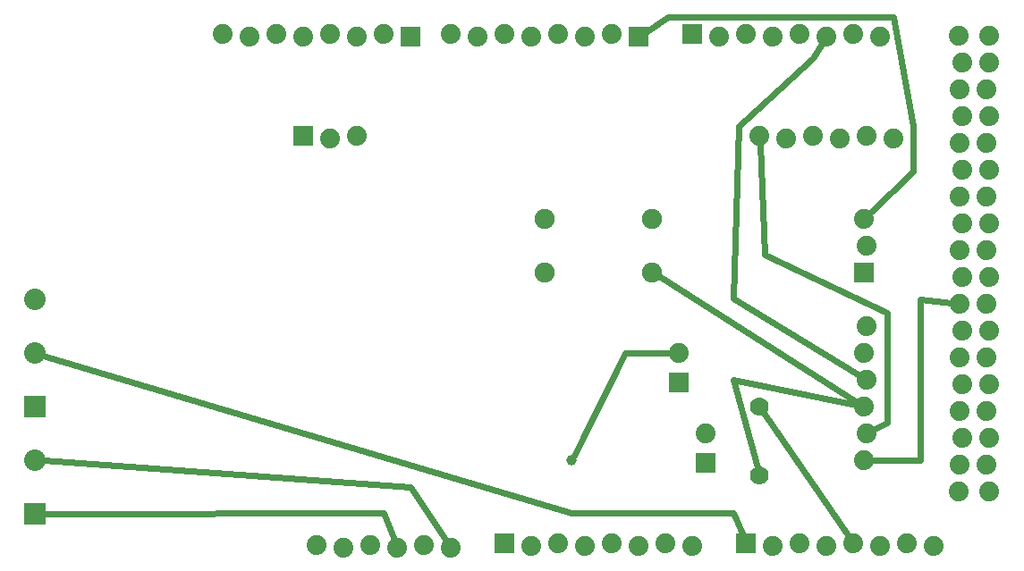
<source format=gtl>
G04 MADE WITH FRITZING*
G04 WWW.FRITZING.ORG*
G04 DOUBLE SIDED*
G04 HOLES PLATED*
G04 CONTOUR ON CENTER OF CONTOUR VECTOR*
%ASAXBY*%
%FSLAX23Y23*%
%MOIN*%
%OFA0B0*%
%SFA1.0B1.0*%
%ADD10C,0.074000*%
%ADD11C,0.000000*%
%ADD12C,0.070000*%
%ADD13C,0.080000*%
%ADD14C,0.075000*%
%ADD15C,0.039370*%
%ADD16R,0.074000X0.074000*%
%ADD17R,0.000148X0.000148*%
%ADD18R,0.079986X0.080000*%
%ADD19R,0.080000X0.080000*%
%ADD20C,0.024000*%
%ADD21R,0.001000X0.001000*%
%LNCOPPER1*%
G90*
G70*
G54D10*
X2944Y1632D03*
X3044Y1622D03*
X3144Y1632D03*
X3244Y1622D03*
X3344Y1632D03*
X3444Y1622D03*
X3334Y422D03*
X3344Y522D03*
X3334Y622D03*
X3344Y722D03*
X3334Y822D03*
X3344Y922D03*
G54D11*
X1444Y2001D03*
X1444Y2001D03*
X1444Y2001D03*
X1444Y2001D03*
X1444Y2001D03*
X1444Y2001D03*
X1444Y2001D03*
X1444Y2001D03*
X1444Y2001D03*
X1444Y2001D03*
X1444Y2001D03*
X1444Y2001D03*
X1444Y2001D03*
X1444Y2001D03*
X1444Y2001D03*
X1444Y2001D03*
X1444Y2001D03*
X1444Y2001D03*
X1444Y2001D03*
X1444Y2001D03*
X1444Y2001D03*
X1444Y2001D03*
X1444Y2001D03*
X1444Y2001D03*
X1444Y2001D03*
X1444Y2001D03*
X1444Y2001D03*
X1444Y2001D03*
X1444Y2001D03*
X1444Y2001D03*
X1444Y2001D03*
X1444Y2001D03*
X1444Y2001D03*
X1444Y2001D03*
X1444Y2001D03*
X1444Y2001D03*
X1444Y2001D03*
X1444Y2001D03*
X1444Y2001D03*
X1444Y2001D03*
X1444Y2001D03*
X1444Y2001D03*
X1444Y2001D03*
X1444Y2001D03*
X1444Y2001D03*
X1444Y2001D03*
X1444Y2001D03*
X1444Y2001D03*
X1444Y2001D03*
X1444Y2001D03*
X1444Y2001D03*
X1444Y2001D03*
X1444Y2001D03*
X1444Y2001D03*
X1444Y2001D03*
X1444Y2001D03*
X1444Y2001D03*
X1444Y2001D03*
X1444Y2001D03*
X1444Y2001D03*
X1444Y2001D03*
X1444Y2001D03*
X1444Y2001D03*
X1444Y2001D03*
X1444Y2001D03*
X1444Y2001D03*
X1444Y2001D03*
X1444Y2001D03*
X1444Y2001D03*
X1444Y2001D03*
X1444Y2001D03*
X1444Y2001D03*
X1444Y2001D03*
X1444Y2001D03*
X1444Y2001D03*
X1444Y2001D03*
X1444Y2001D03*
X1444Y2001D03*
X1444Y2001D03*
X1444Y2001D03*
X1444Y2001D03*
X1444Y2001D03*
X1444Y2001D03*
X1444Y2001D03*
X1444Y2001D03*
X1444Y2001D03*
X1444Y2001D03*
X1444Y2001D03*
X1444Y2001D03*
X1444Y2001D03*
X1444Y2001D03*
X1444Y2001D03*
X1444Y2001D03*
X1444Y2001D03*
X1444Y2001D03*
X1444Y2001D03*
X1444Y2001D03*
X1444Y2001D03*
X1444Y2001D03*
X1444Y2001D03*
X1444Y2001D03*
X1444Y2001D03*
X1444Y2001D03*
X1444Y2001D03*
X1444Y2001D03*
X1444Y2001D03*
X1444Y2001D03*
X1444Y2001D03*
X1444Y2001D03*
X1444Y2001D03*
X1444Y2001D03*
X1444Y2001D03*
X1444Y2001D03*
X1444Y2001D03*
X1444Y2001D03*
X1444Y2001D03*
X1444Y2001D03*
X1444Y2001D03*
X1444Y2001D03*
X1444Y2001D03*
X1444Y2001D03*
X1444Y2001D03*
X1444Y2001D03*
X1444Y2001D03*
X1444Y2001D03*
X1444Y2001D03*
X1444Y2001D03*
X1444Y2001D03*
X1444Y2001D03*
X1444Y2001D03*
X1444Y2001D03*
X1444Y2001D03*
X1444Y2001D03*
X1444Y2001D03*
X1444Y2001D03*
X1444Y2001D03*
X1444Y2001D03*
X1444Y2001D03*
X1444Y2001D03*
X1444Y2001D03*
X1444Y2001D03*
X1444Y2001D03*
X1444Y2001D03*
X1444Y2001D03*
X1444Y2001D03*
X1444Y2001D03*
X1444Y2001D03*
X1444Y2001D03*
X1444Y2001D03*
X1444Y2001D03*
X1444Y2001D03*
X1444Y2001D03*
X1444Y2001D03*
X1444Y2001D03*
X1444Y2001D03*
X1444Y2001D03*
X1444Y2001D03*
X1444Y2001D03*
X1444Y2001D03*
X1444Y2001D03*
X1444Y2001D03*
X1444Y2001D03*
X1444Y2001D03*
X1444Y2001D03*
X1444Y2001D03*
X1444Y2001D03*
X1444Y2001D03*
X1444Y2001D03*
X1444Y2001D03*
X1444Y2001D03*
X1444Y2001D03*
X1444Y2001D03*
X1444Y2001D03*
X1444Y2001D03*
X1444Y2001D03*
X1444Y2001D03*
X1444Y2001D03*
X1444Y2001D03*
X1444Y2001D03*
X1444Y2001D03*
X1444Y2001D03*
X1444Y2001D03*
X1444Y2001D03*
X1444Y2001D03*
X1444Y2001D03*
X1444Y2001D03*
X1444Y2001D03*
X1444Y2001D03*
X1444Y2001D03*
X1444Y2001D03*
X1444Y2001D03*
X1444Y2001D03*
X1444Y2001D03*
X1444Y2001D03*
X1444Y2001D03*
X1444Y2001D03*
X1444Y2001D03*
X1444Y2001D03*
X1444Y2001D03*
X1444Y2001D03*
X1444Y2001D03*
X1444Y2001D03*
X1444Y2001D03*
X1444Y2001D03*
X1444Y2001D03*
X1444Y2001D03*
X1444Y2001D03*
X1444Y2001D03*
X1444Y2001D03*
X1444Y2001D03*
X1444Y2001D03*
X1444Y2001D03*
X1444Y2001D03*
X1444Y2001D03*
X1444Y2001D03*
X1444Y2001D03*
X1444Y2001D03*
X1444Y2001D03*
X1444Y2001D03*
X1444Y2001D03*
X1444Y2001D03*
X1444Y2001D03*
X1444Y2001D03*
X1444Y2001D03*
X1444Y2001D03*
X1444Y2001D03*
X1444Y2001D03*
X1444Y2001D03*
X1444Y2001D03*
X1444Y2001D03*
X1444Y2001D03*
X1444Y2001D03*
X1444Y2001D03*
X1444Y2001D03*
X1444Y2001D03*
X1444Y2001D03*
X1444Y2001D03*
X1444Y2001D03*
X1444Y2001D03*
X1444Y2001D03*
X1444Y2001D03*
X1444Y2001D03*
X1444Y2001D03*
X1444Y2001D03*
X1444Y2001D03*
X1444Y2001D03*
X1444Y2001D03*
X1444Y2001D03*
X1444Y2001D03*
X1444Y2001D03*
X1444Y2001D03*
X1444Y2001D03*
X1444Y2001D03*
X1444Y2001D03*
X1444Y2001D03*
X1444Y2001D03*
X1444Y2001D03*
X1444Y2001D03*
X1444Y2001D03*
X1444Y2001D03*
X1444Y2001D03*
X1444Y2001D03*
X1444Y2001D03*
X1444Y2001D03*
X1444Y2001D03*
X1444Y2001D03*
X1444Y2001D03*
X1444Y2001D03*
X1444Y2001D03*
X1444Y2001D03*
X1444Y2001D03*
X1444Y2001D03*
X1444Y2001D03*
X1444Y2001D03*
X1444Y2001D03*
X1444Y2001D03*
X1444Y2001D03*
X1444Y2001D03*
X1444Y2001D03*
X1444Y2001D03*
X1444Y2001D03*
X1444Y2001D03*
X1444Y2001D03*
X1444Y2001D03*
X1444Y2001D03*
X1444Y2001D03*
X1444Y2001D03*
X1444Y2001D03*
X1444Y2001D03*
X1444Y2001D03*
X1444Y2001D03*
X1444Y2001D03*
X1444Y2001D03*
X1444Y2001D03*
X1444Y2001D03*
X1444Y2001D03*
X1444Y2001D03*
X1444Y2001D03*
X1444Y2001D03*
X1444Y2001D03*
X1444Y2001D03*
X1444Y2001D03*
X1444Y2001D03*
X1444Y2001D03*
X1444Y2001D03*
X1444Y2001D03*
X1444Y2001D03*
X1444Y2001D03*
X1444Y2001D03*
X1444Y2001D03*
X1444Y2001D03*
X1444Y2001D03*
X1444Y2001D03*
X1444Y2001D03*
X1444Y2001D03*
X1444Y2001D03*
X1444Y2001D03*
X1444Y2001D03*
X1444Y2001D03*
X1444Y2001D03*
X1444Y2001D03*
X1444Y2001D03*
X1444Y2001D03*
X1444Y2001D03*
X1444Y2001D03*
X1444Y2001D03*
X1444Y2001D03*
X1444Y2001D03*
X1444Y2001D03*
X1444Y2001D03*
X1444Y2001D03*
X1444Y2001D03*
X1444Y2001D03*
X1444Y2001D03*
X1444Y2001D03*
X1444Y2001D03*
X1444Y2001D03*
X1444Y2001D03*
X1444Y2001D03*
X1444Y2001D03*
X1444Y2001D03*
X1444Y2001D03*
X1444Y2001D03*
X1444Y2001D03*
X1444Y2001D03*
X1444Y2001D03*
X1444Y2001D03*
X1444Y2001D03*
X1444Y2001D03*
X1444Y2001D03*
X1444Y2001D03*
X1444Y2001D03*
X1444Y2001D03*
X1444Y2001D03*
X1444Y2001D03*
X1444Y2001D03*
X1444Y2001D03*
X1444Y2001D03*
X1444Y2001D03*
X1444Y2001D03*
X1444Y2001D03*
X1444Y2001D03*
X1444Y2001D03*
X1444Y2001D03*
X1444Y2001D03*
X1444Y2001D03*
X1444Y2001D03*
X1444Y2001D03*
X1444Y2001D03*
X1444Y2001D03*
X1444Y2001D03*
X1444Y2001D03*
X1444Y2001D03*
X1444Y2001D03*
X1444Y2001D03*
X1444Y2001D03*
X1444Y2001D03*
X1444Y2001D03*
X1444Y2001D03*
X1444Y2001D03*
X1444Y2001D03*
X1444Y2001D03*
X1444Y2001D03*
X1444Y2001D03*
X1444Y2001D03*
X1444Y2001D03*
X1444Y2001D03*
X1444Y2001D03*
X1444Y2001D03*
X1444Y2001D03*
X1444Y2001D03*
X1444Y2001D03*
X1444Y2001D03*
X1444Y2001D03*
X1444Y2001D03*
X1444Y2001D03*
X1444Y2001D03*
X1444Y2001D03*
X1444Y2001D03*
X1444Y2001D03*
X1444Y2001D03*
X1444Y2001D03*
X1444Y2001D03*
X1444Y2001D03*
X1444Y2001D03*
X1444Y2001D03*
X1444Y2001D03*
X1444Y2001D03*
X1444Y2001D03*
X1444Y2001D03*
X1444Y2001D03*
X1444Y2001D03*
X1444Y2001D03*
X1444Y2001D03*
X1444Y2001D03*
X1444Y2001D03*
X1444Y2001D03*
X1444Y2001D03*
X1444Y2001D03*
X1444Y2001D03*
X1444Y2001D03*
X1444Y2001D03*
X1444Y2001D03*
X1444Y2001D03*
X1444Y2001D03*
X1444Y2001D03*
X1444Y2001D03*
X1444Y2001D03*
X1444Y2001D03*
X1444Y2001D03*
X1444Y2001D03*
X1444Y2001D03*
X1444Y2001D03*
X1444Y2001D03*
X1444Y2001D03*
X1444Y2001D03*
X1444Y2001D03*
X1444Y2001D03*
X1444Y2001D03*
X1444Y2001D03*
X1444Y2001D03*
X1444Y2001D03*
X1444Y2001D03*
X1444Y2001D03*
X1444Y2001D03*
X1444Y2001D03*
X1444Y2001D03*
X1444Y2001D03*
X1444Y2001D03*
X1444Y2001D03*
X1444Y2001D03*
X1444Y2001D03*
X1444Y2001D03*
X1444Y2001D03*
X1444Y2001D03*
X1444Y2001D03*
X1444Y2001D03*
X1444Y2001D03*
G54D10*
X1644Y2001D03*
X3801Y2006D03*
X3801Y306D03*
X1794Y96D03*
X3687Y2006D03*
X1594Y96D03*
X3687Y306D03*
X1394Y96D03*
X1694Y106D03*
X3699Y1906D03*
X1494Y106D03*
X3699Y1706D03*
X1294Y106D03*
X3699Y1506D03*
X3689Y1806D03*
X3699Y1306D03*
X3689Y1606D03*
X3699Y1106D03*
X3689Y1406D03*
X3699Y906D03*
X3689Y1206D03*
X3699Y706D03*
X3689Y1006D03*
X3699Y506D03*
X3689Y806D03*
X3799Y1906D03*
X3689Y606D03*
X3799Y1706D03*
X3689Y406D03*
X3799Y1506D03*
X3789Y1806D03*
X3799Y1306D03*
X3789Y1606D03*
X3799Y1106D03*
X3789Y1406D03*
X3799Y906D03*
X3789Y1206D03*
X3799Y706D03*
X3789Y1006D03*
X3799Y506D03*
X3789Y806D03*
X2694Y101D03*
X3789Y606D03*
X2494Y101D03*
X3789Y406D03*
X2294Y101D03*
X2594Y111D03*
X2094Y101D03*
X2394Y111D03*
X3594Y101D03*
X2194Y111D03*
X3394Y101D03*
X1994Y111D03*
X3194Y101D03*
X3494Y111D03*
X2994Y101D03*
X3294Y111D03*
X3394Y2001D03*
X3094Y111D03*
X3194Y2001D03*
X2894Y111D03*
X2994Y2001D03*
X3294Y2011D03*
X2794Y2001D03*
X3094Y2011D03*
X1794Y2011D03*
X2894Y2011D03*
X1994Y2011D03*
X2694Y2011D03*
X2194Y2011D03*
X1894Y2001D03*
X2394Y2011D03*
X2094Y2001D03*
X944Y2011D03*
X2294Y2001D03*
X1144Y2011D03*
X2494Y2001D03*
X1344Y2011D03*
X1044Y2001D03*
X1544Y2011D03*
X1244Y2001D03*
X1444Y2001D03*
G54D12*
X2944Y622D03*
X2944Y366D03*
X2944Y622D03*
X2944Y366D03*
G54D13*
X244Y222D03*
X244Y422D03*
X244Y822D03*
X244Y1022D03*
X244Y622D03*
G54D10*
X2644Y712D03*
X2644Y822D03*
X2644Y712D03*
X2644Y822D03*
X3334Y1122D03*
X3344Y1222D03*
X3334Y1322D03*
X3334Y1122D03*
X3344Y1222D03*
X3334Y1322D03*
X2744Y412D03*
X2744Y522D03*
X2744Y412D03*
X2744Y522D03*
X1244Y1632D03*
X1344Y1622D03*
X1444Y1632D03*
X1244Y1632D03*
X1344Y1622D03*
X1444Y1632D03*
G54D14*
X2144Y1122D03*
X2544Y1122D03*
X2544Y1322D03*
X2144Y1322D03*
G54D15*
X2243Y421D03*
G54D16*
X1644Y2001D03*
X1994Y111D03*
X2894Y111D03*
X2694Y2011D03*
G54D17*
X940Y2011D03*
G54D16*
X2494Y2001D03*
G54D18*
X244Y222D03*
G54D19*
X244Y622D03*
G54D20*
X275Y420D02*
X1644Y320D01*
D02*
X1644Y320D02*
X1777Y122D01*
D02*
X3308Y639D02*
X2569Y1107D01*
D02*
X2892Y1691D02*
X2868Y1667D01*
D02*
X3144Y1922D02*
X2892Y1691D01*
D02*
X3178Y1975D02*
X3144Y1922D01*
D02*
X2846Y1024D02*
X3318Y738D01*
D02*
X2868Y1667D02*
X2846Y1024D01*
D02*
X3357Y1344D02*
X3516Y1499D01*
D02*
X3516Y1667D02*
X3444Y2075D01*
D02*
X3516Y1499D02*
X3516Y1667D01*
D02*
X2604Y2075D02*
X2520Y2018D01*
D02*
X3444Y2075D02*
X2604Y2075D01*
D02*
X2846Y224D02*
X2243Y224D01*
D02*
X2243Y224D02*
X274Y813D01*
D02*
X2882Y140D02*
X2846Y224D01*
D02*
X3420Y971D02*
X2964Y1187D01*
D02*
X3420Y563D02*
X3420Y971D01*
D02*
X3372Y537D02*
X3420Y563D01*
D02*
X2964Y1187D02*
X2946Y1601D01*
D02*
X3544Y1022D02*
X3659Y1009D01*
D02*
X3544Y422D02*
X3544Y1022D01*
D02*
X3366Y422D02*
X3544Y422D01*
D02*
X3304Y628D02*
X2846Y722D01*
D02*
X2846Y722D02*
X2937Y394D01*
D02*
X3277Y137D02*
X2961Y598D01*
D02*
X2252Y438D02*
X2444Y823D01*
D02*
X2444Y823D02*
X2613Y822D01*
D02*
X1543Y224D02*
X276Y222D01*
D02*
X1583Y125D02*
X1543Y224D01*
G54D21*
X1207Y1669D02*
X1280Y1669D01*
X1207Y1668D02*
X1280Y1668D01*
X1207Y1667D02*
X1280Y1667D01*
X1207Y1666D02*
X1280Y1666D01*
X1207Y1665D02*
X1280Y1665D01*
X1207Y1664D02*
X1280Y1664D01*
X1207Y1663D02*
X1280Y1663D01*
X1207Y1662D02*
X1280Y1662D01*
X1207Y1661D02*
X1280Y1661D01*
X1207Y1660D02*
X1280Y1660D01*
X1207Y1659D02*
X1280Y1659D01*
X1207Y1658D02*
X1280Y1658D01*
X1207Y1657D02*
X1280Y1657D01*
X1207Y1656D02*
X1280Y1656D01*
X1207Y1655D02*
X1280Y1655D01*
X1207Y1654D02*
X1280Y1654D01*
X1207Y1653D02*
X1280Y1653D01*
X1207Y1652D02*
X1238Y1652D01*
X1249Y1652D02*
X1280Y1652D01*
X1207Y1651D02*
X1235Y1651D01*
X1252Y1651D02*
X1280Y1651D01*
X1207Y1650D02*
X1233Y1650D01*
X1254Y1650D02*
X1280Y1650D01*
X1207Y1649D02*
X1232Y1649D01*
X1256Y1649D02*
X1280Y1649D01*
X1207Y1648D02*
X1231Y1648D01*
X1257Y1648D02*
X1280Y1648D01*
X1207Y1647D02*
X1229Y1647D01*
X1258Y1647D02*
X1280Y1647D01*
X1207Y1646D02*
X1228Y1646D01*
X1259Y1646D02*
X1280Y1646D01*
X1207Y1645D02*
X1228Y1645D01*
X1260Y1645D02*
X1280Y1645D01*
X1207Y1644D02*
X1227Y1644D01*
X1261Y1644D02*
X1280Y1644D01*
X1207Y1643D02*
X1226Y1643D01*
X1261Y1643D02*
X1280Y1643D01*
X1207Y1642D02*
X1226Y1642D01*
X1262Y1642D02*
X1280Y1642D01*
X1207Y1641D02*
X1225Y1641D01*
X1262Y1641D02*
X1280Y1641D01*
X1207Y1640D02*
X1225Y1640D01*
X1263Y1640D02*
X1280Y1640D01*
X1207Y1639D02*
X1224Y1639D01*
X1263Y1639D02*
X1280Y1639D01*
X1207Y1638D02*
X1224Y1638D01*
X1263Y1638D02*
X1280Y1638D01*
X1207Y1637D02*
X1224Y1637D01*
X1264Y1637D02*
X1280Y1637D01*
X1207Y1636D02*
X1223Y1636D01*
X1264Y1636D02*
X1280Y1636D01*
X1207Y1635D02*
X1223Y1635D01*
X1264Y1635D02*
X1280Y1635D01*
X1207Y1634D02*
X1223Y1634D01*
X1264Y1634D02*
X1280Y1634D01*
X1207Y1633D02*
X1223Y1633D01*
X1264Y1633D02*
X1280Y1633D01*
X1207Y1632D02*
X1223Y1632D01*
X1264Y1632D02*
X1280Y1632D01*
X1207Y1631D02*
X1223Y1631D01*
X1264Y1631D02*
X1280Y1631D01*
X1207Y1630D02*
X1223Y1630D01*
X1264Y1630D02*
X1280Y1630D01*
X1207Y1629D02*
X1224Y1629D01*
X1264Y1629D02*
X1280Y1629D01*
X1207Y1628D02*
X1224Y1628D01*
X1264Y1628D02*
X1280Y1628D01*
X1207Y1627D02*
X1224Y1627D01*
X1263Y1627D02*
X1280Y1627D01*
X1207Y1626D02*
X1224Y1626D01*
X1263Y1626D02*
X1280Y1626D01*
X1207Y1625D02*
X1225Y1625D01*
X1263Y1625D02*
X1280Y1625D01*
X1207Y1624D02*
X1225Y1624D01*
X1262Y1624D02*
X1280Y1624D01*
X1207Y1623D02*
X1226Y1623D01*
X1262Y1623D02*
X1280Y1623D01*
X1207Y1622D02*
X1226Y1622D01*
X1261Y1622D02*
X1280Y1622D01*
X1207Y1621D02*
X1227Y1621D01*
X1260Y1621D02*
X1280Y1621D01*
X1207Y1620D02*
X1228Y1620D01*
X1260Y1620D02*
X1280Y1620D01*
X1207Y1619D02*
X1229Y1619D01*
X1259Y1619D02*
X1280Y1619D01*
X1207Y1618D02*
X1230Y1618D01*
X1258Y1618D02*
X1280Y1618D01*
X1207Y1617D02*
X1231Y1617D01*
X1256Y1617D02*
X1280Y1617D01*
X1207Y1616D02*
X1232Y1616D01*
X1255Y1616D02*
X1280Y1616D01*
X1207Y1615D02*
X1234Y1615D01*
X1253Y1615D02*
X1280Y1615D01*
X1207Y1614D02*
X1236Y1614D01*
X1251Y1614D02*
X1280Y1614D01*
X1207Y1613D02*
X1239Y1613D01*
X1248Y1613D02*
X1280Y1613D01*
X1207Y1612D02*
X1280Y1612D01*
X1207Y1611D02*
X1280Y1611D01*
X1207Y1610D02*
X1280Y1610D01*
X1207Y1609D02*
X1280Y1609D01*
X1207Y1608D02*
X1280Y1608D01*
X1207Y1607D02*
X1280Y1607D01*
X1207Y1606D02*
X1280Y1606D01*
X1207Y1605D02*
X1280Y1605D01*
X1207Y1604D02*
X1280Y1604D01*
X1207Y1603D02*
X1280Y1603D01*
X1207Y1602D02*
X1280Y1602D01*
X1207Y1601D02*
X1280Y1601D01*
X1207Y1600D02*
X1280Y1600D01*
X1207Y1599D02*
X1280Y1599D01*
X1207Y1598D02*
X1280Y1598D01*
X1207Y1597D02*
X1280Y1597D01*
X1207Y1596D02*
X1280Y1596D01*
X3297Y1159D02*
X3370Y1159D01*
X3297Y1158D02*
X3370Y1158D01*
X3297Y1157D02*
X3370Y1157D01*
X3297Y1156D02*
X3370Y1156D01*
X3297Y1155D02*
X3370Y1155D01*
X3297Y1154D02*
X3370Y1154D01*
X3297Y1153D02*
X3370Y1153D01*
X3297Y1152D02*
X3370Y1152D01*
X3297Y1151D02*
X3370Y1151D01*
X3297Y1150D02*
X3370Y1150D01*
X3297Y1149D02*
X3370Y1149D01*
X3297Y1148D02*
X3370Y1148D01*
X3297Y1147D02*
X3370Y1147D01*
X3297Y1146D02*
X3370Y1146D01*
X3297Y1145D02*
X3370Y1145D01*
X3297Y1144D02*
X3370Y1144D01*
X3297Y1143D02*
X3370Y1143D01*
X3297Y1142D02*
X3328Y1142D01*
X3338Y1142D02*
X3370Y1142D01*
X3297Y1141D02*
X3325Y1141D01*
X3341Y1141D02*
X3370Y1141D01*
X3297Y1140D02*
X3323Y1140D01*
X3343Y1140D02*
X3370Y1140D01*
X3297Y1139D02*
X3321Y1139D01*
X3345Y1139D02*
X3370Y1139D01*
X3297Y1138D02*
X3320Y1138D01*
X3346Y1138D02*
X3370Y1138D01*
X3297Y1137D02*
X3319Y1137D01*
X3347Y1137D02*
X3370Y1137D01*
X3297Y1136D02*
X3318Y1136D01*
X3348Y1136D02*
X3370Y1136D01*
X3297Y1135D02*
X3317Y1135D01*
X3349Y1135D02*
X3370Y1135D01*
X3297Y1134D02*
X3316Y1134D01*
X3350Y1134D02*
X3370Y1134D01*
X3297Y1133D02*
X3316Y1133D01*
X3351Y1133D02*
X3370Y1133D01*
X3297Y1132D02*
X3315Y1132D01*
X3351Y1132D02*
X3370Y1132D01*
X3297Y1131D02*
X3315Y1131D01*
X3352Y1131D02*
X3370Y1131D01*
X3297Y1130D02*
X3314Y1130D01*
X3352Y1130D02*
X3370Y1130D01*
X3297Y1129D02*
X3314Y1129D01*
X3353Y1129D02*
X3370Y1129D01*
X3297Y1128D02*
X3313Y1128D01*
X3353Y1128D02*
X3370Y1128D01*
X3297Y1127D02*
X3313Y1127D01*
X3353Y1127D02*
X3370Y1127D01*
X3297Y1126D02*
X3313Y1126D01*
X3353Y1126D02*
X3370Y1126D01*
X3297Y1125D02*
X3313Y1125D01*
X3353Y1125D02*
X3370Y1125D01*
X3297Y1124D02*
X3313Y1124D01*
X3354Y1124D02*
X3370Y1124D01*
X3297Y1123D02*
X3313Y1123D01*
X3354Y1123D02*
X3370Y1123D01*
X3297Y1122D02*
X3313Y1122D01*
X3354Y1122D02*
X3370Y1122D01*
X3297Y1121D02*
X3313Y1121D01*
X3353Y1121D02*
X3370Y1121D01*
X3297Y1120D02*
X3313Y1120D01*
X3353Y1120D02*
X3370Y1120D01*
X3297Y1119D02*
X3313Y1119D01*
X3353Y1119D02*
X3370Y1119D01*
X3297Y1118D02*
X3313Y1118D01*
X3353Y1118D02*
X3370Y1118D01*
X3297Y1117D02*
X3314Y1117D01*
X3353Y1117D02*
X3370Y1117D01*
X3297Y1116D02*
X3314Y1116D01*
X3352Y1116D02*
X3370Y1116D01*
X3297Y1115D02*
X3314Y1115D01*
X3352Y1115D02*
X3370Y1115D01*
X3297Y1114D02*
X3315Y1114D01*
X3352Y1114D02*
X3370Y1114D01*
X3297Y1113D02*
X3315Y1113D01*
X3351Y1113D02*
X3370Y1113D01*
X3297Y1112D02*
X3316Y1112D01*
X3351Y1112D02*
X3370Y1112D01*
X3297Y1111D02*
X3316Y1111D01*
X3350Y1111D02*
X3370Y1111D01*
X3297Y1110D02*
X3317Y1110D01*
X3349Y1110D02*
X3370Y1110D01*
X3297Y1109D02*
X3318Y1109D01*
X3348Y1109D02*
X3370Y1109D01*
X3297Y1108D02*
X3319Y1108D01*
X3347Y1108D02*
X3370Y1108D01*
X3297Y1107D02*
X3320Y1107D01*
X3346Y1107D02*
X3370Y1107D01*
X3297Y1106D02*
X3322Y1106D01*
X3345Y1106D02*
X3370Y1106D01*
X3297Y1105D02*
X3323Y1105D01*
X3343Y1105D02*
X3370Y1105D01*
X3297Y1104D02*
X3325Y1104D01*
X3341Y1104D02*
X3370Y1104D01*
X3297Y1103D02*
X3329Y1103D01*
X3337Y1103D02*
X3370Y1103D01*
X3297Y1102D02*
X3370Y1102D01*
X3297Y1101D02*
X3370Y1101D01*
X3297Y1100D02*
X3370Y1100D01*
X3297Y1099D02*
X3370Y1099D01*
X3297Y1098D02*
X3370Y1098D01*
X3297Y1097D02*
X3370Y1097D01*
X3297Y1096D02*
X3370Y1096D01*
X3297Y1095D02*
X3370Y1095D01*
X3297Y1094D02*
X3370Y1094D01*
X3297Y1093D02*
X3370Y1093D01*
X3297Y1092D02*
X3370Y1092D01*
X3297Y1091D02*
X3370Y1091D01*
X3297Y1090D02*
X3370Y1090D01*
X3297Y1089D02*
X3370Y1089D01*
X3297Y1088D02*
X3370Y1088D01*
X3297Y1087D02*
X3370Y1087D01*
X3297Y1086D02*
X3370Y1086D01*
X2607Y749D02*
X2680Y749D01*
X2607Y748D02*
X2680Y748D01*
X2607Y747D02*
X2680Y747D01*
X2607Y746D02*
X2680Y746D01*
X2607Y745D02*
X2680Y745D01*
X2607Y744D02*
X2680Y744D01*
X2607Y743D02*
X2680Y743D01*
X2607Y742D02*
X2680Y742D01*
X2607Y741D02*
X2680Y741D01*
X2607Y740D02*
X2680Y740D01*
X2607Y739D02*
X2680Y739D01*
X2607Y738D02*
X2680Y738D01*
X2607Y737D02*
X2680Y737D01*
X2607Y736D02*
X2680Y736D01*
X2607Y735D02*
X2680Y735D01*
X2607Y734D02*
X2680Y734D01*
X2607Y733D02*
X2680Y733D01*
X2607Y732D02*
X2638Y732D01*
X2648Y732D02*
X2680Y732D01*
X2607Y731D02*
X2635Y731D01*
X2652Y731D02*
X2680Y731D01*
X2607Y730D02*
X2633Y730D01*
X2654Y730D02*
X2680Y730D01*
X2607Y729D02*
X2631Y729D01*
X2655Y729D02*
X2680Y729D01*
X2607Y728D02*
X2630Y728D01*
X2656Y728D02*
X2680Y728D01*
X2607Y727D02*
X2629Y727D01*
X2658Y727D02*
X2680Y727D01*
X2607Y726D02*
X2628Y726D01*
X2659Y726D02*
X2680Y726D01*
X2607Y725D02*
X2627Y725D01*
X2659Y725D02*
X2680Y725D01*
X2607Y724D02*
X2626Y724D01*
X2660Y724D02*
X2680Y724D01*
X2607Y723D02*
X2626Y723D01*
X2661Y723D02*
X2680Y723D01*
X2607Y722D02*
X2625Y722D01*
X2661Y722D02*
X2680Y722D01*
X2607Y721D02*
X2625Y721D01*
X2662Y721D02*
X2680Y721D01*
X2607Y720D02*
X2624Y720D01*
X2662Y720D02*
X2680Y720D01*
X2607Y719D02*
X2624Y719D01*
X2663Y719D02*
X2680Y719D01*
X2607Y718D02*
X2624Y718D01*
X2663Y718D02*
X2680Y718D01*
X2607Y717D02*
X2623Y717D01*
X2663Y717D02*
X2680Y717D01*
X2607Y716D02*
X2623Y716D01*
X2663Y716D02*
X2680Y716D01*
X2607Y715D02*
X2623Y715D01*
X2664Y715D02*
X2680Y715D01*
X2607Y714D02*
X2623Y714D01*
X2664Y714D02*
X2680Y714D01*
X2607Y713D02*
X2623Y713D01*
X2664Y713D02*
X2680Y713D01*
X2607Y712D02*
X2623Y712D01*
X2664Y712D02*
X2680Y712D01*
X2607Y711D02*
X2623Y711D01*
X2664Y711D02*
X2680Y711D01*
X2607Y710D02*
X2623Y710D01*
X2664Y710D02*
X2680Y710D01*
X2607Y709D02*
X2623Y709D01*
X2663Y709D02*
X2680Y709D01*
X2607Y708D02*
X2623Y708D01*
X2663Y708D02*
X2680Y708D01*
X2607Y707D02*
X2624Y707D01*
X2663Y707D02*
X2680Y707D01*
X2607Y706D02*
X2624Y706D01*
X2663Y706D02*
X2680Y706D01*
X2607Y705D02*
X2624Y705D01*
X2662Y705D02*
X2680Y705D01*
X2607Y704D02*
X2625Y704D01*
X2662Y704D02*
X2680Y704D01*
X2607Y703D02*
X2625Y703D01*
X2661Y703D02*
X2680Y703D01*
X2607Y702D02*
X2626Y702D01*
X2661Y702D02*
X2680Y702D01*
X2607Y701D02*
X2627Y701D01*
X2660Y701D02*
X2680Y701D01*
X2607Y700D02*
X2627Y700D01*
X2659Y700D02*
X2680Y700D01*
X2607Y699D02*
X2628Y699D01*
X2658Y699D02*
X2680Y699D01*
X2607Y698D02*
X2629Y698D01*
X2657Y698D02*
X2680Y698D01*
X2607Y697D02*
X2630Y697D01*
X2656Y697D02*
X2680Y697D01*
X2607Y696D02*
X2632Y696D01*
X2655Y696D02*
X2680Y696D01*
X2607Y695D02*
X2634Y695D01*
X2653Y695D02*
X2680Y695D01*
X2607Y694D02*
X2636Y694D01*
X2651Y694D02*
X2680Y694D01*
X2607Y693D02*
X2639Y693D01*
X2648Y693D02*
X2680Y693D01*
X2607Y692D02*
X2680Y692D01*
X2607Y691D02*
X2680Y691D01*
X2607Y690D02*
X2680Y690D01*
X2607Y689D02*
X2680Y689D01*
X2607Y688D02*
X2680Y688D01*
X2607Y687D02*
X2680Y687D01*
X2607Y686D02*
X2680Y686D01*
X2607Y685D02*
X2680Y685D01*
X2607Y684D02*
X2680Y684D01*
X2607Y683D02*
X2680Y683D01*
X2607Y682D02*
X2680Y682D01*
X2607Y681D02*
X2680Y681D01*
X2607Y680D02*
X2680Y680D01*
X2607Y679D02*
X2680Y679D01*
X2607Y678D02*
X2680Y678D01*
X2607Y677D02*
X2680Y677D01*
X2607Y676D02*
X2680Y676D01*
X2707Y449D02*
X2780Y449D01*
X2707Y448D02*
X2780Y448D01*
X2707Y447D02*
X2780Y447D01*
X2707Y446D02*
X2780Y446D01*
X2707Y445D02*
X2780Y445D01*
X2707Y444D02*
X2780Y444D01*
X2707Y443D02*
X2780Y443D01*
X2707Y442D02*
X2780Y442D01*
X2707Y441D02*
X2780Y441D01*
X2707Y440D02*
X2780Y440D01*
X2707Y439D02*
X2780Y439D01*
X2707Y438D02*
X2780Y438D01*
X2707Y437D02*
X2780Y437D01*
X2707Y436D02*
X2780Y436D01*
X2707Y435D02*
X2780Y435D01*
X2707Y434D02*
X2780Y434D01*
X2707Y433D02*
X2780Y433D01*
X2707Y432D02*
X2738Y432D01*
X2748Y432D02*
X2780Y432D01*
X2707Y431D02*
X2735Y431D01*
X2752Y431D02*
X2780Y431D01*
X2707Y430D02*
X2733Y430D01*
X2753Y430D02*
X2780Y430D01*
X2707Y429D02*
X2731Y429D01*
X2755Y429D02*
X2780Y429D01*
X2707Y428D02*
X2730Y428D01*
X2756Y428D02*
X2780Y428D01*
X2707Y427D02*
X2729Y427D01*
X2758Y427D02*
X2780Y427D01*
X2707Y426D02*
X2728Y426D01*
X2759Y426D02*
X2780Y426D01*
X2707Y425D02*
X2727Y425D01*
X2759Y425D02*
X2780Y425D01*
X2707Y424D02*
X2726Y424D01*
X2760Y424D02*
X2780Y424D01*
X2707Y423D02*
X2726Y423D01*
X2761Y423D02*
X2780Y423D01*
X2707Y422D02*
X2725Y422D01*
X2761Y422D02*
X2780Y422D01*
X2707Y421D02*
X2725Y421D01*
X2762Y421D02*
X2780Y421D01*
X2707Y420D02*
X2724Y420D01*
X2762Y420D02*
X2780Y420D01*
X2707Y419D02*
X2724Y419D01*
X2763Y419D02*
X2780Y419D01*
X2707Y418D02*
X2724Y418D01*
X2763Y418D02*
X2780Y418D01*
X2707Y417D02*
X2723Y417D01*
X2763Y417D02*
X2780Y417D01*
X2707Y416D02*
X2723Y416D01*
X2763Y416D02*
X2780Y416D01*
X2707Y415D02*
X2723Y415D01*
X2764Y415D02*
X2780Y415D01*
X2707Y414D02*
X2723Y414D01*
X2764Y414D02*
X2780Y414D01*
X2707Y413D02*
X2723Y413D01*
X2764Y413D02*
X2780Y413D01*
X2707Y412D02*
X2723Y412D01*
X2764Y412D02*
X2780Y412D01*
X2707Y411D02*
X2723Y411D01*
X2764Y411D02*
X2780Y411D01*
X2707Y410D02*
X2723Y410D01*
X2764Y410D02*
X2780Y410D01*
X2707Y409D02*
X2723Y409D01*
X2763Y409D02*
X2780Y409D01*
X2707Y408D02*
X2723Y408D01*
X2763Y408D02*
X2780Y408D01*
X2707Y407D02*
X2724Y407D01*
X2763Y407D02*
X2780Y407D01*
X2707Y406D02*
X2724Y406D01*
X2763Y406D02*
X2780Y406D01*
X2707Y405D02*
X2724Y405D01*
X2762Y405D02*
X2780Y405D01*
X2707Y404D02*
X2725Y404D01*
X2762Y404D02*
X2780Y404D01*
X2707Y403D02*
X2725Y403D01*
X2761Y403D02*
X2780Y403D01*
X2707Y402D02*
X2726Y402D01*
X2761Y402D02*
X2780Y402D01*
X2707Y401D02*
X2727Y401D01*
X2760Y401D02*
X2780Y401D01*
X2707Y400D02*
X2727Y400D01*
X2759Y400D02*
X2780Y400D01*
X2707Y399D02*
X2728Y399D01*
X2758Y399D02*
X2780Y399D01*
X2707Y398D02*
X2729Y398D01*
X2757Y398D02*
X2780Y398D01*
X2707Y397D02*
X2730Y397D01*
X2756Y397D02*
X2780Y397D01*
X2707Y396D02*
X2732Y396D01*
X2755Y396D02*
X2780Y396D01*
X2707Y395D02*
X2734Y395D01*
X2753Y395D02*
X2780Y395D01*
X2707Y394D02*
X2736Y394D01*
X2751Y394D02*
X2780Y394D01*
X2707Y393D02*
X2739Y393D01*
X2748Y393D02*
X2780Y393D01*
X2707Y392D02*
X2780Y392D01*
X2707Y391D02*
X2780Y391D01*
X2707Y390D02*
X2780Y390D01*
X2707Y389D02*
X2780Y389D01*
X2707Y388D02*
X2780Y388D01*
X2707Y387D02*
X2780Y387D01*
X2707Y386D02*
X2780Y386D01*
X2707Y385D02*
X2780Y385D01*
X2707Y384D02*
X2780Y384D01*
X2707Y383D02*
X2780Y383D01*
X2707Y382D02*
X2780Y382D01*
X2707Y381D02*
X2780Y381D01*
X2707Y380D02*
X2780Y380D01*
X2707Y379D02*
X2780Y379D01*
X2707Y378D02*
X2780Y378D01*
X2707Y377D02*
X2780Y377D01*
X2707Y376D02*
X2780Y376D01*
D02*
G04 End of Copper1*
M02*
</source>
